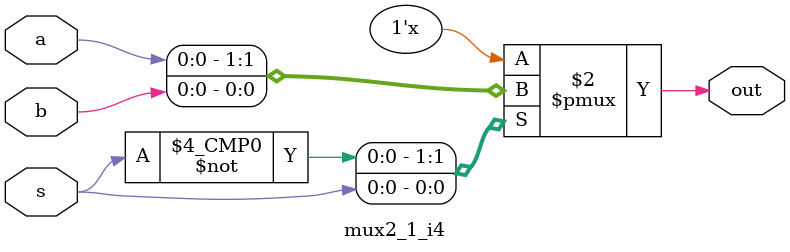
<source format=v>
module mux2_1_i4(output reg out, input wire a, b, s);
// mux con construcci�n always (procedural), las asignaciones deben ser a variables con estado ('out' ahora es tipo reg)
// en el caso de un modulo combinacional, se debe usar la asignaci�n procedural 'con bloqueo' que equivale al "=" de C  

always @(a or b or s) //alternativamente, always @(a, b, s) o always @* (autom�tico, considera todas las var)
                      //no hace falta begin...end porque el always contiene una sola sentencia, el case
  case (s)              
    0: out = a;
    1: out = b;
    default: out = 'bx; //desconocido en cualquier otro caso (x � z), no se especifica el tama�o en la cte, si 'out' fuera mayor
                        // de un bit, el bit m�s sigificativo si es x � z se extiende hasta completar el tama�o total
  endcase
  
endmodule

</source>
